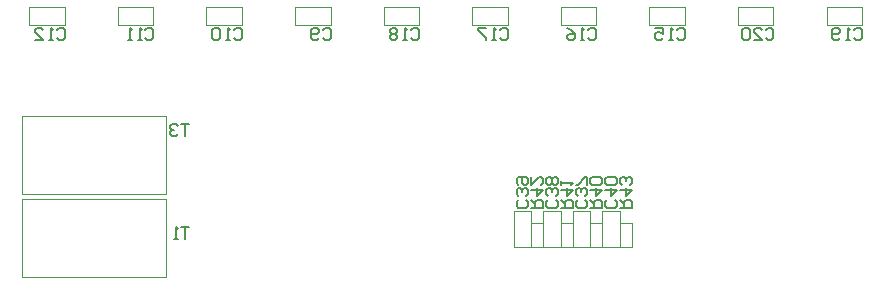
<source format=gbo>
%FSLAX44Y44*%
%MOMM*%
G71*
G01*
G75*
G04 Layer_Color=32896*
%ADD10C,0.3000*%
%ADD11C,0.5000*%
%ADD12O,2.1500X0.6000*%
%ADD13R,3.0000X1.6000*%
%ADD14R,6.2000X5.8000*%
%ADD15O,0.7000X2.5000*%
%ADD16R,2.7000X1.0000*%
%ADD17R,2.7000X3.3000*%
%ADD18R,0.6300X0.8300*%
%ADD19R,1.0000X1.5000*%
G04:AMPARAMS|DCode=20|XSize=0.6mm|YSize=1.3mm|CornerRadius=0.15mm|HoleSize=0mm|Usage=FLASHONLY|Rotation=180.000|XOffset=0mm|YOffset=0mm|HoleType=Round|Shape=RoundedRectangle|*
%AMROUNDEDRECTD20*
21,1,0.6000,1.0000,0,0,180.0*
21,1,0.3000,1.3000,0,0,180.0*
1,1,0.3000,-0.1500,0.5000*
1,1,0.3000,0.1500,0.5000*
1,1,0.3000,0.1500,-0.5000*
1,1,0.3000,-0.1500,-0.5000*
%
%ADD20ROUNDEDRECTD20*%
%ADD21R,5.5000X3.2000*%
%ADD22R,0.6000X0.6000*%
%ADD23R,0.6000X0.6000*%
%ADD24R,0.9000X0.6000*%
%ADD25R,0.8300X0.6300*%
%ADD26R,1.0000X0.8000*%
%ADD27R,1.5000X2.1000*%
%ADD28R,3.0000X3.7500*%
%ADD29R,1.5000X1.0000*%
%ADD30R,0.6000X1.1000*%
%ADD31O,1.7000X0.3000*%
%ADD32R,0.4500X0.6000*%
%ADD33R,1.1000X0.6000*%
%ADD34C,1.8000*%
%ADD35C,1.5000*%
%ADD36C,2.0000*%
%ADD37C,0.7500*%
%ADD38C,1.0000*%
%ADD39C,0.2600*%
%ADD40C,0.2500*%
%ADD41C,2.5000*%
%ADD42C,1.5000*%
%ADD43R,1.5000X1.5000*%
%ADD44C,6.0000*%
%ADD45C,1.6000*%
%ADD46C,0.7000*%
%ADD47R,0.8000X1.0000*%
%ADD48C,0.7000*%
%ADD49C,0.1700*%
%ADD50C,0.2000*%
%ADD51C,0.2540*%
%ADD52C,0.1000*%
%ADD53C,0.1500*%
%ADD54O,2.3532X0.8032*%
%ADD55R,3.2032X1.8032*%
%ADD56R,6.4032X6.0032*%
%ADD57O,0.9032X2.7032*%
%ADD58R,2.9032X1.2032*%
%ADD59R,2.9032X3.5032*%
%ADD60R,0.8332X1.0332*%
%ADD61R,1.2032X1.7032*%
G04:AMPARAMS|DCode=62|XSize=0.8032mm|YSize=1.5032mm|CornerRadius=0.2516mm|HoleSize=0mm|Usage=FLASHONLY|Rotation=180.000|XOffset=0mm|YOffset=0mm|HoleType=Round|Shape=RoundedRectangle|*
%AMROUNDEDRECTD62*
21,1,0.8032,1.0000,0,0,180.0*
21,1,0.3000,1.5032,0,0,180.0*
1,1,0.5032,-0.1500,0.5000*
1,1,0.5032,0.1500,0.5000*
1,1,0.5032,0.1500,-0.5000*
1,1,0.5032,-0.1500,-0.5000*
%
%ADD62ROUNDEDRECTD62*%
%ADD63R,5.7032X3.4032*%
%ADD64R,0.8032X0.8032*%
%ADD65R,0.8032X0.8032*%
%ADD66R,1.1032X0.8032*%
%ADD67R,1.0332X0.8332*%
%ADD68R,1.2032X1.0032*%
%ADD69R,1.7032X2.3032*%
%ADD70R,3.2032X3.9532*%
%ADD71R,1.7032X1.2032*%
%ADD72R,0.8032X1.3032*%
%ADD73O,1.9032X0.5032*%
%ADD74R,0.6532X0.8032*%
%ADD75R,1.3032X0.8032*%
%ADD76C,2.7032*%
%ADD77C,1.7032*%
%ADD78R,1.7032X1.7032*%
%ADD79C,6.2032*%
%ADD80C,1.8032*%
%ADD81R,1.0032X1.2032*%
D49*
X388000Y166247D02*
X381335D01*
X384668D01*
Y156250D01*
X378003D02*
X374671D01*
X376337D01*
Y166247D01*
X378003Y164581D01*
X388000Y253497D02*
X381335D01*
X384668D01*
Y243500D01*
X378003Y251831D02*
X376337Y253497D01*
X373005D01*
X371339Y251831D01*
Y250165D01*
X373005Y248498D01*
X374671D01*
X373005D01*
X371339Y246832D01*
Y245166D01*
X373005Y243500D01*
X376337D01*
X378003Y245166D01*
X752500Y182500D02*
X762497D01*
Y187498D01*
X760831Y189165D01*
X757498D01*
X755832Y187498D01*
Y182500D01*
Y185832D02*
X752500Y189165D01*
Y197495D02*
X762497D01*
X757498Y192497D01*
Y199161D01*
X760831Y202493D02*
X762497Y204160D01*
Y207492D01*
X760831Y209158D01*
X759165D01*
X757498Y207492D01*
Y205826D01*
Y207492D01*
X755832Y209158D01*
X754166D01*
X752500Y207492D01*
Y204160D01*
X754166Y202493D01*
X748331Y189165D02*
X749997Y187498D01*
Y184166D01*
X748331Y182500D01*
X741666D01*
X740000Y184166D01*
Y187498D01*
X741666Y189165D01*
X740000Y197495D02*
X749997D01*
X744998Y192497D01*
Y199161D01*
X748331Y202493D02*
X749997Y204160D01*
Y207492D01*
X748331Y209158D01*
X741666D01*
X740000Y207492D01*
Y204160D01*
X741666Y202493D01*
X748331D01*
X727500Y182500D02*
X737497D01*
Y187498D01*
X735831Y189165D01*
X732498D01*
X730832Y187498D01*
Y182500D01*
Y185832D02*
X727500Y189165D01*
Y197495D02*
X737497D01*
X732498Y192497D01*
Y199161D01*
X735831Y202493D02*
X737497Y204160D01*
Y207492D01*
X735831Y209158D01*
X729166D01*
X727500Y207492D01*
Y204160D01*
X729166Y202493D01*
X735831D01*
X723331Y189165D02*
X724997Y187498D01*
Y184166D01*
X723331Y182500D01*
X716666D01*
X715000Y184166D01*
Y187498D01*
X716666Y189165D01*
X723331Y192497D02*
X724997Y194163D01*
Y197495D01*
X723331Y199161D01*
X721665D01*
X719998Y197495D01*
Y195829D01*
Y197495D01*
X718332Y199161D01*
X716666D01*
X715000Y197495D01*
Y194163D01*
X716666Y192497D01*
X724997Y202493D02*
Y209158D01*
X723331D01*
X716666Y202493D01*
X715000D01*
X702500Y182500D02*
X712497D01*
Y187498D01*
X710831Y189165D01*
X707498D01*
X705832Y187498D01*
Y182500D01*
Y185832D02*
X702500Y189165D01*
Y197495D02*
X712497D01*
X707498Y192497D01*
Y199161D01*
X702500Y202493D02*
Y205826D01*
Y204160D01*
X712497D01*
X710831Y202493D01*
X698331Y189165D02*
X699997Y187498D01*
Y184166D01*
X698331Y182500D01*
X691666D01*
X690000Y184166D01*
Y187498D01*
X691666Y189165D01*
X698331Y192497D02*
X699997Y194163D01*
Y197495D01*
X698331Y199161D01*
X696665D01*
X694998Y197495D01*
Y195829D01*
Y197495D01*
X693332Y199161D01*
X691666D01*
X690000Y197495D01*
Y194163D01*
X691666Y192497D01*
X698331Y202493D02*
X699997Y204160D01*
Y207492D01*
X698331Y209158D01*
X696665D01*
X694998Y207492D01*
X693332Y209158D01*
X691666D01*
X690000Y207492D01*
Y204160D01*
X691666Y202493D01*
X693332D01*
X694998Y204160D01*
X696665Y202493D01*
X698331D01*
X694998Y204160D02*
Y207492D01*
X677500Y182500D02*
X687497D01*
Y187498D01*
X685831Y189165D01*
X682498D01*
X680832Y187498D01*
Y182500D01*
Y185832D02*
X677500Y189165D01*
Y197495D02*
X687497D01*
X682498Y192497D01*
Y199161D01*
X677500Y209158D02*
Y202493D01*
X684165Y209158D01*
X685831D01*
X687497Y207492D01*
Y204160D01*
X685831Y202493D01*
X673331Y189165D02*
X674997Y187498D01*
Y184166D01*
X673331Y182500D01*
X666666D01*
X665000Y184166D01*
Y187498D01*
X666666Y189165D01*
X673331Y192497D02*
X674997Y194163D01*
Y197495D01*
X673331Y199161D01*
X671665D01*
X669998Y197495D01*
Y195829D01*
Y197495D01*
X668332Y199161D01*
X666666D01*
X665000Y197495D01*
Y194163D01*
X666666Y192497D01*
Y202493D02*
X665000Y204160D01*
Y207492D01*
X666666Y209158D01*
X673331D01*
X674997Y207492D01*
Y204160D01*
X673331Y202493D01*
X671665D01*
X669998Y204160D01*
Y209158D01*
X950835Y333331D02*
X952502Y334997D01*
X955834D01*
X957500Y333331D01*
Y326666D01*
X955834Y325000D01*
X952502D01*
X950835Y326666D01*
X947503Y325000D02*
X944171D01*
X945837D01*
Y334997D01*
X947503Y333331D01*
X939173Y326666D02*
X937506Y325000D01*
X934174D01*
X932508Y326666D01*
Y333331D01*
X934174Y334997D01*
X937506D01*
X939173Y333331D01*
Y331665D01*
X937506Y329998D01*
X932508D01*
X875835Y333331D02*
X877502Y334997D01*
X880834D01*
X882500Y333331D01*
Y326666D01*
X880834Y325000D01*
X877502D01*
X875835Y326666D01*
X865839Y325000D02*
X872503D01*
X865839Y331665D01*
Y333331D01*
X867505Y334997D01*
X870837D01*
X872503Y333331D01*
X862506D02*
X860840Y334997D01*
X857508D01*
X855842Y333331D01*
Y326666D01*
X857508Y325000D01*
X860840D01*
X862506Y326666D01*
Y333331D01*
X800835D02*
X802502Y334997D01*
X805834D01*
X807500Y333331D01*
Y326666D01*
X805834Y325000D01*
X802502D01*
X800835Y326666D01*
X797503Y325000D02*
X794171D01*
X795837D01*
Y334997D01*
X797503Y333331D01*
X782508Y334997D02*
X789173D01*
Y329998D01*
X785840Y331665D01*
X784174D01*
X782508Y329998D01*
Y326666D01*
X784174Y325000D01*
X787506D01*
X789173Y326666D01*
X725835Y333331D02*
X727502Y334997D01*
X730834D01*
X732500Y333331D01*
Y326666D01*
X730834Y325000D01*
X727502D01*
X725835Y326666D01*
X722503Y325000D02*
X719171D01*
X720837D01*
Y334997D01*
X722503Y333331D01*
X707508Y334997D02*
X710840Y333331D01*
X714173Y329998D01*
Y326666D01*
X712506Y325000D01*
X709174D01*
X707508Y326666D01*
Y328332D01*
X709174Y329998D01*
X714173D01*
X650835Y333331D02*
X652502Y334997D01*
X655834D01*
X657500Y333331D01*
Y326666D01*
X655834Y325000D01*
X652502D01*
X650835Y326666D01*
X647503Y325000D02*
X644171D01*
X645837D01*
Y334997D01*
X647503Y333331D01*
X639173Y334997D02*
X632508D01*
Y333331D01*
X639173Y326666D01*
Y325000D01*
X575835Y333331D02*
X577502Y334997D01*
X580834D01*
X582500Y333331D01*
Y326666D01*
X580834Y325000D01*
X577502D01*
X575835Y326666D01*
X572503Y325000D02*
X569171D01*
X570837D01*
Y334997D01*
X572503Y333331D01*
X564173D02*
X562506Y334997D01*
X559174D01*
X557508Y333331D01*
Y331665D01*
X559174Y329998D01*
X557508Y328332D01*
Y326666D01*
X559174Y325000D01*
X562506D01*
X564173Y326666D01*
Y328332D01*
X562506Y329998D01*
X564173Y331665D01*
Y333331D01*
X562506Y329998D02*
X559174D01*
X500835Y333331D02*
X502502Y334997D01*
X505834D01*
X507500Y333331D01*
Y326666D01*
X505834Y325000D01*
X502502D01*
X500835Y326666D01*
X497503D02*
X495837Y325000D01*
X492505D01*
X490839Y326666D01*
Y333331D01*
X492505Y334997D01*
X495837D01*
X497503Y333331D01*
Y331665D01*
X495837Y329998D01*
X490839D01*
X425835Y333331D02*
X427502Y334997D01*
X430834D01*
X432500Y333331D01*
Y326666D01*
X430834Y325000D01*
X427502D01*
X425835Y326666D01*
X422503Y325000D02*
X419171D01*
X420837D01*
Y334997D01*
X422503Y333331D01*
X414173D02*
X412506Y334997D01*
X409174D01*
X407508Y333331D01*
Y326666D01*
X409174Y325000D01*
X412506D01*
X414173Y326666D01*
Y333331D01*
X350835D02*
X352502Y334997D01*
X355834D01*
X357500Y333331D01*
Y326666D01*
X355834Y325000D01*
X352502D01*
X350835Y326666D01*
X347503Y325000D02*
X344171D01*
X345837D01*
Y334997D01*
X347503Y333331D01*
X339173Y325000D02*
X335840D01*
X337506D01*
Y334997D01*
X339173Y333331D01*
X275835D02*
X277502Y334997D01*
X280834D01*
X282500Y333331D01*
Y326666D01*
X280834Y325000D01*
X277502D01*
X275835Y326666D01*
X272503Y325000D02*
X269171D01*
X270837D01*
Y334997D01*
X272503Y333331D01*
X257508Y325000D02*
X264173D01*
X257508Y331665D01*
Y333331D01*
X259174Y334997D01*
X262506D01*
X264173Y333331D01*
D52*
X246000Y190500D02*
X368000D01*
X246000Y124500D02*
Y190500D01*
Y124500D02*
X368000D01*
Y190500D01*
X246000Y260500D02*
X368000D01*
X246000Y194500D02*
Y260500D01*
Y194500D02*
X368000D01*
Y260500D01*
X752500Y170000D02*
X762500D01*
X752500Y150000D02*
X762500D01*
X752500D02*
Y170000D01*
X762500Y150000D02*
Y170000D01*
X752500Y150000D02*
Y180000D01*
X737500Y180000D02*
X752500Y180000D01*
X737500Y150000D02*
X752500D01*
X737500D02*
Y180000D01*
X727500Y170000D02*
X737500D01*
X727500Y150000D02*
X737500D01*
X727500D02*
Y170000D01*
X737500Y150000D02*
Y170000D01*
X727500Y150000D02*
Y180000D01*
X712500D02*
X727500D01*
X712500Y150000D02*
X727500Y150000D01*
X712500Y150000D02*
Y180000D01*
X702500Y170000D02*
X712500D01*
X702500Y150000D02*
X712500D01*
X702500D02*
Y170000D01*
X712500Y150000D02*
Y170000D01*
X702500Y150000D02*
Y180000D01*
X687500Y180000D02*
X702500Y180000D01*
X687500Y150000D02*
X702500D01*
X687500D02*
Y180000D01*
X677500Y170000D02*
X687500D01*
X677500Y150000D02*
X687500D01*
X677500D02*
Y170000D01*
X687500Y150000D02*
Y170000D01*
X677500Y150000D02*
Y180000D01*
X662500D02*
X677500D01*
X662500Y150000D02*
X677500D01*
X662500D02*
Y180000D01*
X927500Y352500D02*
X957500D01*
X927500D02*
X927500Y337500D01*
X957500D02*
X957500Y352500D01*
X927500Y337500D02*
X957500D01*
X852500Y352500D02*
X882500D01*
X852500Y337500D02*
Y352500D01*
X882500Y337500D02*
Y352500D01*
X852500Y337500D02*
X882500D01*
X777500Y352500D02*
X807500D01*
X777500Y337500D02*
Y352500D01*
X807500Y337500D02*
Y352500D01*
X777500Y337500D02*
X807500D01*
X702500Y352500D02*
X732500D01*
X702500Y337500D02*
Y352500D01*
X732500Y337500D02*
Y352500D01*
X702500Y337500D02*
X732500D01*
X627500Y352500D02*
X657500D01*
X627500Y337500D02*
Y352500D01*
X657500Y337500D02*
Y352500D01*
X627500Y337500D02*
X657500D01*
X552500Y352500D02*
X582500D01*
X552500Y337500D02*
Y352500D01*
X582500Y337500D02*
Y352500D01*
X552500Y337500D02*
X582500D01*
X477500Y352500D02*
X507500D01*
X477500Y337500D02*
Y352500D01*
X507500Y337500D02*
Y352500D01*
X477500Y337500D02*
X507500D01*
X402500Y352500D02*
X432500D01*
X402500Y337500D02*
Y352500D01*
X432500Y337500D02*
Y352500D01*
X402500Y337500D02*
X432500D01*
X327500Y352500D02*
X357500D01*
X327500Y337500D02*
Y352500D01*
X357500Y337500D02*
Y352500D01*
X327500Y337500D02*
X357500D01*
X252500Y352500D02*
X282500D01*
X252500Y337500D02*
Y352500D01*
X282500Y337500D02*
Y352500D01*
X252500Y337500D02*
X282500D01*
M02*

</source>
